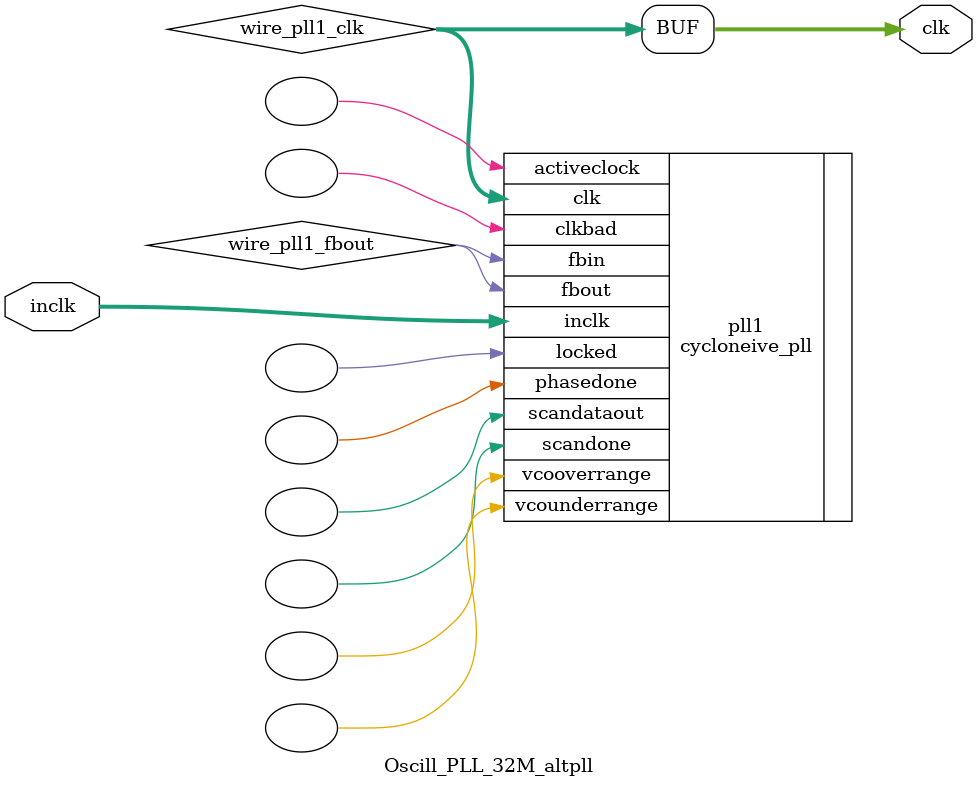
<source format=v>






//synthesis_resources = cycloneive_pll 1 
//synopsys translate_off
`timescale 1 ps / 1 ps
//synopsys translate_on
module  Oscill_PLL_32M_altpll
	( 
	clk,
	inclk) /* synthesis synthesis_clearbox=1 */;
	output   [4:0]  clk;
	input   [1:0]  inclk;
`ifndef ALTERA_RESERVED_QIS
// synopsys translate_off
`endif
	tri0   [1:0]  inclk;
`ifndef ALTERA_RESERVED_QIS
// synopsys translate_on
`endif

	wire  [4:0]   wire_pll1_clk;
	wire  wire_pll1_fbout;

	cycloneive_pll   pll1
	( 
	.activeclock(),
	.clk(wire_pll1_clk),
	.clkbad(),
	.fbin(wire_pll1_fbout),
	.fbout(wire_pll1_fbout),
	.inclk(inclk),
	.locked(),
	.phasedone(),
	.scandataout(),
	.scandone(),
	.vcooverrange(),
	.vcounderrange()
	`ifndef FORMAL_VERIFICATION
	// synopsys translate_off
	`endif
	,
	.areset(1'b0),
	.clkswitch(1'b0),
	.configupdate(1'b0),
	.pfdena(1'b1),
	.phasecounterselect({3{1'b0}}),
	.phasestep(1'b0),
	.phaseupdown(1'b0),
	.scanclk(1'b0),
	.scanclkena(1'b1),
	.scandata(1'b0)
	`ifndef FORMAL_VERIFICATION
	// synopsys translate_on
	`endif
	);
	defparam
		pll1.bandwidth_type = "auto",
		pll1.clk0_divide_by = 500,
		pll1.clk0_duty_cycle = 50,
		pll1.clk0_multiply_by = 1,
		pll1.clk0_phase_shift = "0",
		pll1.clk1_divide_by = 2,
		pll1.clk1_duty_cycle = 50,
		pll1.clk1_multiply_by = 1,
		pll1.clk1_phase_shift = "0",
		pll1.compensate_clock = "clk0",
		pll1.inclk0_input_frequency = 20000,
		pll1.operation_mode = "normal",
		pll1.pll_type = "auto",
		pll1.lpm_type = "cycloneive_pll";
	assign
		clk = {wire_pll1_clk[4:0]};
endmodule //Oscill_PLL_32M_altpll
//VALID FILE

</source>
